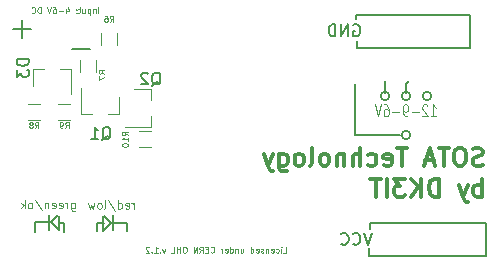
<source format=gbo>
G04 #@! TF.FileFunction,Legend,Bot*
%FSLAX46Y46*%
G04 Gerber Fmt 4.6, Leading zero omitted, Abs format (unit mm)*
G04 Created by KiCad (PCBNEW 4.0.6) date 2017 October 10, Tuesday 00:19:03*
%MOMM*%
%LPD*%
G01*
G04 APERTURE LIST*
%ADD10C,0.100000*%
%ADD11C,0.125000*%
%ADD12C,0.200000*%
%ADD13C,0.180000*%
%ADD14C,0.150000*%
%ADD15C,0.375000*%
%ADD16C,0.120000*%
G04 APERTURE END LIST*
D10*
D11*
X119914274Y-90980390D02*
X120152369Y-90980390D01*
X120152369Y-90480390D01*
X119747607Y-90980390D02*
X119747607Y-90647057D01*
X119747607Y-90480390D02*
X119771417Y-90504200D01*
X119747607Y-90528010D01*
X119723798Y-90504200D01*
X119747607Y-90480390D01*
X119747607Y-90528010D01*
X119295227Y-90956581D02*
X119342846Y-90980390D01*
X119438084Y-90980390D01*
X119485703Y-90956581D01*
X119509512Y-90932771D01*
X119533322Y-90885152D01*
X119533322Y-90742295D01*
X119509512Y-90694676D01*
X119485703Y-90670867D01*
X119438084Y-90647057D01*
X119342846Y-90647057D01*
X119295227Y-90670867D01*
X118890465Y-90956581D02*
X118938084Y-90980390D01*
X119033322Y-90980390D01*
X119080941Y-90956581D01*
X119104751Y-90908962D01*
X119104751Y-90718486D01*
X119080941Y-90670867D01*
X119033322Y-90647057D01*
X118938084Y-90647057D01*
X118890465Y-90670867D01*
X118866656Y-90718486D01*
X118866656Y-90766105D01*
X119104751Y-90813724D01*
X118652370Y-90647057D02*
X118652370Y-90980390D01*
X118652370Y-90694676D02*
X118628561Y-90670867D01*
X118580942Y-90647057D01*
X118509513Y-90647057D01*
X118461894Y-90670867D01*
X118438085Y-90718486D01*
X118438085Y-90980390D01*
X118223799Y-90956581D02*
X118176180Y-90980390D01*
X118080942Y-90980390D01*
X118033323Y-90956581D01*
X118009513Y-90908962D01*
X118009513Y-90885152D01*
X118033323Y-90837533D01*
X118080942Y-90813724D01*
X118152370Y-90813724D01*
X118199989Y-90789914D01*
X118223799Y-90742295D01*
X118223799Y-90718486D01*
X118199989Y-90670867D01*
X118152370Y-90647057D01*
X118080942Y-90647057D01*
X118033323Y-90670867D01*
X117604751Y-90956581D02*
X117652370Y-90980390D01*
X117747608Y-90980390D01*
X117795227Y-90956581D01*
X117819037Y-90908962D01*
X117819037Y-90718486D01*
X117795227Y-90670867D01*
X117747608Y-90647057D01*
X117652370Y-90647057D01*
X117604751Y-90670867D01*
X117580942Y-90718486D01*
X117580942Y-90766105D01*
X117819037Y-90813724D01*
X117152371Y-90980390D02*
X117152371Y-90480390D01*
X117152371Y-90956581D02*
X117199990Y-90980390D01*
X117295228Y-90980390D01*
X117342847Y-90956581D01*
X117366656Y-90932771D01*
X117390466Y-90885152D01*
X117390466Y-90742295D01*
X117366656Y-90694676D01*
X117342847Y-90670867D01*
X117295228Y-90647057D01*
X117199990Y-90647057D01*
X117152371Y-90670867D01*
X116319038Y-90647057D02*
X116319038Y-90980390D01*
X116533323Y-90647057D02*
X116533323Y-90908962D01*
X116509514Y-90956581D01*
X116461895Y-90980390D01*
X116390466Y-90980390D01*
X116342847Y-90956581D01*
X116319038Y-90932771D01*
X116080942Y-90647057D02*
X116080942Y-90980390D01*
X116080942Y-90694676D02*
X116057133Y-90670867D01*
X116009514Y-90647057D01*
X115938085Y-90647057D01*
X115890466Y-90670867D01*
X115866657Y-90718486D01*
X115866657Y-90980390D01*
X115414276Y-90980390D02*
X115414276Y-90480390D01*
X115414276Y-90956581D02*
X115461895Y-90980390D01*
X115557133Y-90980390D01*
X115604752Y-90956581D01*
X115628561Y-90932771D01*
X115652371Y-90885152D01*
X115652371Y-90742295D01*
X115628561Y-90694676D01*
X115604752Y-90670867D01*
X115557133Y-90647057D01*
X115461895Y-90647057D01*
X115414276Y-90670867D01*
X114985704Y-90956581D02*
X115033323Y-90980390D01*
X115128561Y-90980390D01*
X115176180Y-90956581D01*
X115199990Y-90908962D01*
X115199990Y-90718486D01*
X115176180Y-90670867D01*
X115128561Y-90647057D01*
X115033323Y-90647057D01*
X114985704Y-90670867D01*
X114961895Y-90718486D01*
X114961895Y-90766105D01*
X115199990Y-90813724D01*
X114747609Y-90980390D02*
X114747609Y-90647057D01*
X114747609Y-90742295D02*
X114723800Y-90694676D01*
X114699990Y-90670867D01*
X114652371Y-90647057D01*
X114604752Y-90647057D01*
X113771419Y-90932771D02*
X113795229Y-90956581D01*
X113866657Y-90980390D01*
X113914276Y-90980390D01*
X113985705Y-90956581D01*
X114033324Y-90908962D01*
X114057133Y-90861343D01*
X114080943Y-90766105D01*
X114080943Y-90694676D01*
X114057133Y-90599438D01*
X114033324Y-90551819D01*
X113985705Y-90504200D01*
X113914276Y-90480390D01*
X113866657Y-90480390D01*
X113795229Y-90504200D01*
X113771419Y-90528010D01*
X113557133Y-90718486D02*
X113390467Y-90718486D01*
X113319038Y-90980390D02*
X113557133Y-90980390D01*
X113557133Y-90480390D01*
X113319038Y-90480390D01*
X112819038Y-90980390D02*
X112985705Y-90742295D01*
X113104752Y-90980390D02*
X113104752Y-90480390D01*
X112914276Y-90480390D01*
X112866657Y-90504200D01*
X112842848Y-90528010D01*
X112819038Y-90575629D01*
X112819038Y-90647057D01*
X112842848Y-90694676D01*
X112866657Y-90718486D01*
X112914276Y-90742295D01*
X113104752Y-90742295D01*
X112604752Y-90980390D02*
X112604752Y-90480390D01*
X112319038Y-90980390D01*
X112319038Y-90480390D01*
X111604752Y-90480390D02*
X111509514Y-90480390D01*
X111461895Y-90504200D01*
X111414276Y-90551819D01*
X111390467Y-90647057D01*
X111390467Y-90813724D01*
X111414276Y-90908962D01*
X111461895Y-90956581D01*
X111509514Y-90980390D01*
X111604752Y-90980390D01*
X111652371Y-90956581D01*
X111699990Y-90908962D01*
X111723800Y-90813724D01*
X111723800Y-90647057D01*
X111699990Y-90551819D01*
X111652371Y-90504200D01*
X111604752Y-90480390D01*
X111176180Y-90980390D02*
X111176180Y-90480390D01*
X111176180Y-90718486D02*
X110890466Y-90718486D01*
X110890466Y-90980390D02*
X110890466Y-90480390D01*
X110414275Y-90980390D02*
X110652370Y-90980390D01*
X110652370Y-90480390D01*
X109914275Y-90647057D02*
X109795228Y-90980390D01*
X109676180Y-90647057D01*
X109485704Y-90932771D02*
X109461895Y-90956581D01*
X109485704Y-90980390D01*
X109509514Y-90956581D01*
X109485704Y-90932771D01*
X109485704Y-90980390D01*
X108985705Y-90980390D02*
X109271419Y-90980390D01*
X109128562Y-90980390D02*
X109128562Y-90480390D01*
X109176181Y-90551819D01*
X109223800Y-90599438D01*
X109271419Y-90623248D01*
X108771419Y-90932771D02*
X108747610Y-90956581D01*
X108771419Y-90980390D01*
X108795229Y-90956581D01*
X108771419Y-90932771D01*
X108771419Y-90980390D01*
X108557134Y-90528010D02*
X108533324Y-90504200D01*
X108485705Y-90480390D01*
X108366658Y-90480390D01*
X108319039Y-90504200D01*
X108295229Y-90528010D01*
X108271420Y-90575629D01*
X108271420Y-90623248D01*
X108295229Y-90694676D01*
X108580943Y-90980390D01*
X108271420Y-90980390D01*
D12*
X127203200Y-91236800D02*
X127203200Y-90627200D01*
X137109200Y-91236800D02*
X127203200Y-91236800D01*
X137109200Y-88442800D02*
X137109200Y-91236800D01*
X127228600Y-88442800D02*
X137109200Y-88442800D01*
X127228600Y-89027000D02*
X127228600Y-88442800D01*
X126161800Y-73634600D02*
X126161800Y-73075800D01*
X135763000Y-73634600D02*
X126161800Y-73634600D01*
X135763000Y-70891400D02*
X135763000Y-73634600D01*
X126060200Y-70891400D02*
X135763000Y-70891400D01*
X126060200Y-71196200D02*
X126060200Y-70891400D01*
D13*
X103530305Y-73726657D02*
X102006495Y-73726657D01*
X98551905Y-72024857D02*
X97028095Y-72024857D01*
X97790000Y-72786762D02*
X97790000Y-71262952D01*
D11*
X104269027Y-70711190D02*
X104269027Y-70211190D01*
X104030932Y-70377857D02*
X104030932Y-70711190D01*
X104030932Y-70425476D02*
X104007123Y-70401667D01*
X103959504Y-70377857D01*
X103888075Y-70377857D01*
X103840456Y-70401667D01*
X103816647Y-70449286D01*
X103816647Y-70711190D01*
X103578551Y-70377857D02*
X103578551Y-70877857D01*
X103578551Y-70401667D02*
X103530932Y-70377857D01*
X103435694Y-70377857D01*
X103388075Y-70401667D01*
X103364266Y-70425476D01*
X103340456Y-70473095D01*
X103340456Y-70615952D01*
X103364266Y-70663571D01*
X103388075Y-70687381D01*
X103435694Y-70711190D01*
X103530932Y-70711190D01*
X103578551Y-70687381D01*
X102911885Y-70377857D02*
X102911885Y-70711190D01*
X103126170Y-70377857D02*
X103126170Y-70639762D01*
X103102361Y-70687381D01*
X103054742Y-70711190D01*
X102983313Y-70711190D01*
X102935694Y-70687381D01*
X102911885Y-70663571D01*
X102745218Y-70377857D02*
X102554742Y-70377857D01*
X102673789Y-70211190D02*
X102673789Y-70639762D01*
X102649980Y-70687381D01*
X102602361Y-70711190D01*
X102554742Y-70711190D01*
X102388075Y-70663571D02*
X102364266Y-70687381D01*
X102388075Y-70711190D01*
X102411885Y-70687381D01*
X102388075Y-70663571D01*
X102388075Y-70711190D01*
X102388075Y-70401667D02*
X102364266Y-70425476D01*
X102388075Y-70449286D01*
X102411885Y-70425476D01*
X102388075Y-70401667D01*
X102388075Y-70449286D01*
X101554743Y-70377857D02*
X101554743Y-70711190D01*
X101673790Y-70187381D02*
X101792838Y-70544524D01*
X101483314Y-70544524D01*
X101292838Y-70520714D02*
X100911886Y-70520714D01*
X100459505Y-70211190D02*
X100554743Y-70211190D01*
X100602362Y-70235000D01*
X100626171Y-70258810D01*
X100673790Y-70330238D01*
X100697600Y-70425476D01*
X100697600Y-70615952D01*
X100673790Y-70663571D01*
X100649981Y-70687381D01*
X100602362Y-70711190D01*
X100507124Y-70711190D01*
X100459505Y-70687381D01*
X100435695Y-70663571D01*
X100411886Y-70615952D01*
X100411886Y-70496905D01*
X100435695Y-70449286D01*
X100459505Y-70425476D01*
X100507124Y-70401667D01*
X100602362Y-70401667D01*
X100649981Y-70425476D01*
X100673790Y-70449286D01*
X100697600Y-70496905D01*
X100269029Y-70211190D02*
X100102362Y-70711190D01*
X99935696Y-70211190D01*
X99388077Y-70711190D02*
X99388077Y-70211190D01*
X99269030Y-70211190D01*
X99197601Y-70235000D01*
X99149982Y-70282619D01*
X99126173Y-70330238D01*
X99102363Y-70425476D01*
X99102363Y-70496905D01*
X99126173Y-70592143D01*
X99149982Y-70639762D01*
X99197601Y-70687381D01*
X99269030Y-70711190D01*
X99388077Y-70711190D01*
X98602363Y-70663571D02*
X98626173Y-70687381D01*
X98697601Y-70711190D01*
X98745220Y-70711190D01*
X98816649Y-70687381D01*
X98864268Y-70639762D01*
X98888077Y-70592143D01*
X98911887Y-70496905D01*
X98911887Y-70425476D01*
X98888077Y-70330238D01*
X98864268Y-70282619D01*
X98816649Y-70235000D01*
X98745220Y-70211190D01*
X98697601Y-70211190D01*
X98626173Y-70235000D01*
X98602363Y-70258810D01*
D14*
X127393533Y-89317581D02*
X127060200Y-90317581D01*
X126726866Y-89317581D01*
X125822104Y-90222343D02*
X125869723Y-90269962D01*
X126012580Y-90317581D01*
X126107818Y-90317581D01*
X126250676Y-90269962D01*
X126345914Y-90174724D01*
X126393533Y-90079486D01*
X126441152Y-89889010D01*
X126441152Y-89746152D01*
X126393533Y-89555676D01*
X126345914Y-89460438D01*
X126250676Y-89365200D01*
X126107818Y-89317581D01*
X126012580Y-89317581D01*
X125869723Y-89365200D01*
X125822104Y-89412819D01*
X124822104Y-90222343D02*
X124869723Y-90269962D01*
X125012580Y-90317581D01*
X125107818Y-90317581D01*
X125250676Y-90269962D01*
X125345914Y-90174724D01*
X125393533Y-90079486D01*
X125441152Y-89889010D01*
X125441152Y-89746152D01*
X125393533Y-89555676D01*
X125345914Y-89460438D01*
X125250676Y-89365200D01*
X125107818Y-89317581D01*
X125012580Y-89317581D01*
X124869723Y-89365200D01*
X124822104Y-89412819D01*
X125856904Y-71712200D02*
X125952142Y-71664581D01*
X126094999Y-71664581D01*
X126237857Y-71712200D01*
X126333095Y-71807438D01*
X126380714Y-71902676D01*
X126428333Y-72093152D01*
X126428333Y-72236010D01*
X126380714Y-72426486D01*
X126333095Y-72521724D01*
X126237857Y-72616962D01*
X126094999Y-72664581D01*
X125999761Y-72664581D01*
X125856904Y-72616962D01*
X125809285Y-72569343D01*
X125809285Y-72236010D01*
X125999761Y-72236010D01*
X125380714Y-72664581D02*
X125380714Y-71664581D01*
X124809285Y-72664581D01*
X124809285Y-71664581D01*
X124333095Y-72664581D02*
X124333095Y-71664581D01*
X124095000Y-71664581D01*
X123952142Y-71712200D01*
X123856904Y-71807438D01*
X123809285Y-71902676D01*
X123761666Y-72093152D01*
X123761666Y-72236010D01*
X123809285Y-72426486D01*
X123856904Y-72521724D01*
X123952142Y-72616962D01*
X124095000Y-72664581D01*
X124333095Y-72664581D01*
D11*
X107259199Y-87260867D02*
X107259199Y-86794200D01*
X107259199Y-86927533D02*
X107225866Y-86860867D01*
X107192533Y-86827533D01*
X107125866Y-86794200D01*
X107059199Y-86794200D01*
X106559200Y-87227533D02*
X106625866Y-87260867D01*
X106759200Y-87260867D01*
X106825866Y-87227533D01*
X106859200Y-87160867D01*
X106859200Y-86894200D01*
X106825866Y-86827533D01*
X106759200Y-86794200D01*
X106625866Y-86794200D01*
X106559200Y-86827533D01*
X106525866Y-86894200D01*
X106525866Y-86960867D01*
X106859200Y-87027533D01*
X105925866Y-87260867D02*
X105925866Y-86560867D01*
X105925866Y-87227533D02*
X105992533Y-87260867D01*
X106125866Y-87260867D01*
X106192533Y-87227533D01*
X106225866Y-87194200D01*
X106259200Y-87127533D01*
X106259200Y-86927533D01*
X106225866Y-86860867D01*
X106192533Y-86827533D01*
X106125866Y-86794200D01*
X105992533Y-86794200D01*
X105925866Y-86827533D01*
X105092533Y-86527533D02*
X105692533Y-87427533D01*
X104759200Y-87260867D02*
X104825867Y-87227533D01*
X104859200Y-87160867D01*
X104859200Y-86560867D01*
X104392533Y-87260867D02*
X104459200Y-87227533D01*
X104492533Y-87194200D01*
X104525867Y-87127533D01*
X104525867Y-86927533D01*
X104492533Y-86860867D01*
X104459200Y-86827533D01*
X104392533Y-86794200D01*
X104292533Y-86794200D01*
X104225867Y-86827533D01*
X104192533Y-86860867D01*
X104159200Y-86927533D01*
X104159200Y-87127533D01*
X104192533Y-87194200D01*
X104225867Y-87227533D01*
X104292533Y-87260867D01*
X104392533Y-87260867D01*
X103925867Y-86794200D02*
X103792534Y-87260867D01*
X103659200Y-86927533D01*
X103525867Y-87260867D01*
X103392534Y-86794200D01*
X101975199Y-86768800D02*
X101975199Y-87335467D01*
X102008533Y-87402133D01*
X102041866Y-87435467D01*
X102108533Y-87468800D01*
X102208533Y-87468800D01*
X102275199Y-87435467D01*
X101975199Y-87202133D02*
X102041866Y-87235467D01*
X102175199Y-87235467D01*
X102241866Y-87202133D01*
X102275199Y-87168800D01*
X102308533Y-87102133D01*
X102308533Y-86902133D01*
X102275199Y-86835467D01*
X102241866Y-86802133D01*
X102175199Y-86768800D01*
X102041866Y-86768800D01*
X101975199Y-86802133D01*
X101641866Y-87235467D02*
X101641866Y-86768800D01*
X101641866Y-86902133D02*
X101608533Y-86835467D01*
X101575200Y-86802133D01*
X101508533Y-86768800D01*
X101441866Y-86768800D01*
X100941867Y-87202133D02*
X101008533Y-87235467D01*
X101141867Y-87235467D01*
X101208533Y-87202133D01*
X101241867Y-87135467D01*
X101241867Y-86868800D01*
X101208533Y-86802133D01*
X101141867Y-86768800D01*
X101008533Y-86768800D01*
X100941867Y-86802133D01*
X100908533Y-86868800D01*
X100908533Y-86935467D01*
X101241867Y-87002133D01*
X100341867Y-87202133D02*
X100408533Y-87235467D01*
X100541867Y-87235467D01*
X100608533Y-87202133D01*
X100641867Y-87135467D01*
X100641867Y-86868800D01*
X100608533Y-86802133D01*
X100541867Y-86768800D01*
X100408533Y-86768800D01*
X100341867Y-86802133D01*
X100308533Y-86868800D01*
X100308533Y-86935467D01*
X100641867Y-87002133D01*
X100008533Y-86768800D02*
X100008533Y-87235467D01*
X100008533Y-86835467D02*
X99975200Y-86802133D01*
X99908533Y-86768800D01*
X99808533Y-86768800D01*
X99741867Y-86802133D01*
X99708533Y-86868800D01*
X99708533Y-87235467D01*
X98875200Y-86502133D02*
X99475200Y-87402133D01*
X98541867Y-87235467D02*
X98608534Y-87202133D01*
X98641867Y-87168800D01*
X98675201Y-87102133D01*
X98675201Y-86902133D01*
X98641867Y-86835467D01*
X98608534Y-86802133D01*
X98541867Y-86768800D01*
X98441867Y-86768800D01*
X98375201Y-86802133D01*
X98341867Y-86835467D01*
X98308534Y-86902133D01*
X98308534Y-87102133D01*
X98341867Y-87168800D01*
X98375201Y-87202133D01*
X98441867Y-87235467D01*
X98541867Y-87235467D01*
X98008534Y-87235467D02*
X98008534Y-86535467D01*
X97941868Y-86968800D02*
X97741868Y-87235467D01*
X97741868Y-86768800D02*
X98008534Y-87035467D01*
D12*
X106654600Y-89179400D02*
X106705400Y-89179400D01*
X106654600Y-88493600D02*
X106654600Y-89179400D01*
X105435400Y-88493600D02*
X106654600Y-88493600D01*
X105486200Y-87833200D02*
X105486200Y-89103200D01*
X105333800Y-88493600D02*
X104724200Y-87884000D01*
X104673400Y-89154000D02*
X105333800Y-88493600D01*
X104673400Y-87884000D02*
X104673400Y-89154000D01*
X104724200Y-88442800D02*
X104698800Y-88442800D01*
X104140000Y-88442800D02*
X104724200Y-88442800D01*
X104140000Y-89179400D02*
X104140000Y-88442800D01*
X98933000Y-89204800D02*
X98907600Y-89204800D01*
X98933000Y-88417400D02*
X98933000Y-89204800D01*
X100101400Y-88417400D02*
X98933000Y-88417400D01*
X100101400Y-89077800D02*
X100101400Y-88417400D01*
X100101400Y-87807800D02*
X100101400Y-89077800D01*
X100253800Y-88417400D02*
X100863400Y-87807800D01*
X100888800Y-89052400D02*
X100253800Y-88417400D01*
X100888800Y-87909400D02*
X100888800Y-89052400D01*
X100888800Y-88442800D02*
X100888800Y-88417400D01*
X101346000Y-88442800D02*
X100888800Y-88442800D01*
X101346000Y-89204800D02*
X101346000Y-88442800D01*
D11*
X132409142Y-79446381D02*
X132837714Y-79446381D01*
X132623428Y-79446381D02*
X132623428Y-78446381D01*
X132694857Y-78589238D01*
X132766285Y-78684476D01*
X132837714Y-78732095D01*
X132123428Y-78541619D02*
X132087714Y-78494000D01*
X132016285Y-78446381D01*
X131837714Y-78446381D01*
X131766285Y-78494000D01*
X131730571Y-78541619D01*
X131694856Y-78636857D01*
X131694856Y-78732095D01*
X131730571Y-78874952D01*
X132159142Y-79446381D01*
X131694856Y-79446381D01*
X131373428Y-79065429D02*
X130801999Y-79065429D01*
X130409142Y-79446381D02*
X130266285Y-79446381D01*
X130194857Y-79398762D01*
X130159142Y-79351143D01*
X130087714Y-79208286D01*
X130051999Y-79017810D01*
X130051999Y-78636857D01*
X130087714Y-78541619D01*
X130123428Y-78494000D01*
X130194857Y-78446381D01*
X130337714Y-78446381D01*
X130409142Y-78494000D01*
X130444857Y-78541619D01*
X130480571Y-78636857D01*
X130480571Y-78874952D01*
X130444857Y-78970190D01*
X130409142Y-79017810D01*
X130337714Y-79065429D01*
X130194857Y-79065429D01*
X130123428Y-79017810D01*
X130087714Y-78970190D01*
X130051999Y-78874952D01*
X129730571Y-79065429D02*
X129159142Y-79065429D01*
X128480571Y-78446381D02*
X128623428Y-78446381D01*
X128694857Y-78494000D01*
X128730571Y-78541619D01*
X128802000Y-78684476D01*
X128837714Y-78874952D01*
X128837714Y-79255905D01*
X128802000Y-79351143D01*
X128766285Y-79398762D01*
X128694857Y-79446381D01*
X128552000Y-79446381D01*
X128480571Y-79398762D01*
X128444857Y-79351143D01*
X128409142Y-79255905D01*
X128409142Y-79017810D01*
X128444857Y-78922571D01*
X128480571Y-78874952D01*
X128552000Y-78827333D01*
X128694857Y-78827333D01*
X128766285Y-78874952D01*
X128802000Y-78922571D01*
X128837714Y-79017810D01*
X128194856Y-78446381D02*
X127944856Y-79446381D01*
X127694856Y-78446381D01*
D12*
X125984000Y-81026000D02*
X129794000Y-81026000D01*
X125984000Y-80264000D02*
X125984000Y-81026000D01*
X130302000Y-76708000D02*
X130556000Y-76454000D01*
X130302000Y-77470000D02*
X130302000Y-76708000D01*
X128524000Y-77470000D02*
X128524000Y-76454000D01*
X130661210Y-81026000D02*
G75*
G03X130661210Y-81026000I-359210J0D01*
G01*
X132439210Y-77724000D02*
G75*
G03X132439210Y-77724000I-359210J0D01*
G01*
X130661210Y-77724000D02*
G75*
G03X130661210Y-77724000I-359210J0D01*
G01*
X128883210Y-77724000D02*
G75*
G03X128883210Y-77724000I-359210J0D01*
G01*
X125984000Y-76708000D02*
X125984000Y-80264000D01*
D15*
X136798086Y-83546443D02*
X136583800Y-83617871D01*
X136226657Y-83617871D01*
X136083800Y-83546443D01*
X136012371Y-83475014D01*
X135940943Y-83332157D01*
X135940943Y-83189300D01*
X136012371Y-83046443D01*
X136083800Y-82975014D01*
X136226657Y-82903586D01*
X136512371Y-82832157D01*
X136655229Y-82760729D01*
X136726657Y-82689300D01*
X136798086Y-82546443D01*
X136798086Y-82403586D01*
X136726657Y-82260729D01*
X136655229Y-82189300D01*
X136512371Y-82117871D01*
X136155229Y-82117871D01*
X135940943Y-82189300D01*
X135012372Y-82117871D02*
X134726658Y-82117871D01*
X134583800Y-82189300D01*
X134440943Y-82332157D01*
X134369515Y-82617871D01*
X134369515Y-83117871D01*
X134440943Y-83403586D01*
X134583800Y-83546443D01*
X134726658Y-83617871D01*
X135012372Y-83617871D01*
X135155229Y-83546443D01*
X135298086Y-83403586D01*
X135369515Y-83117871D01*
X135369515Y-82617871D01*
X135298086Y-82332157D01*
X135155229Y-82189300D01*
X135012372Y-82117871D01*
X133940943Y-82117871D02*
X133083800Y-82117871D01*
X133512371Y-83617871D02*
X133512371Y-82117871D01*
X132655229Y-83189300D02*
X131940943Y-83189300D01*
X132798086Y-83617871D02*
X132298086Y-82117871D01*
X131798086Y-83617871D01*
X130369515Y-82117871D02*
X129512372Y-82117871D01*
X129940943Y-83617871D02*
X129940943Y-82117871D01*
X128440944Y-83546443D02*
X128583801Y-83617871D01*
X128869515Y-83617871D01*
X129012372Y-83546443D01*
X129083801Y-83403586D01*
X129083801Y-82832157D01*
X129012372Y-82689300D01*
X128869515Y-82617871D01*
X128583801Y-82617871D01*
X128440944Y-82689300D01*
X128369515Y-82832157D01*
X128369515Y-82975014D01*
X129083801Y-83117871D01*
X127083801Y-83546443D02*
X127226658Y-83617871D01*
X127512372Y-83617871D01*
X127655230Y-83546443D01*
X127726658Y-83475014D01*
X127798087Y-83332157D01*
X127798087Y-82903586D01*
X127726658Y-82760729D01*
X127655230Y-82689300D01*
X127512372Y-82617871D01*
X127226658Y-82617871D01*
X127083801Y-82689300D01*
X126440944Y-83617871D02*
X126440944Y-82117871D01*
X125798087Y-83617871D02*
X125798087Y-82832157D01*
X125869516Y-82689300D01*
X126012373Y-82617871D01*
X126226658Y-82617871D01*
X126369516Y-82689300D01*
X126440944Y-82760729D01*
X125083801Y-82617871D02*
X125083801Y-83617871D01*
X125083801Y-82760729D02*
X125012373Y-82689300D01*
X124869515Y-82617871D01*
X124655230Y-82617871D01*
X124512373Y-82689300D01*
X124440944Y-82832157D01*
X124440944Y-83617871D01*
X123512372Y-83617871D02*
X123655230Y-83546443D01*
X123726658Y-83475014D01*
X123798087Y-83332157D01*
X123798087Y-82903586D01*
X123726658Y-82760729D01*
X123655230Y-82689300D01*
X123512372Y-82617871D01*
X123298087Y-82617871D01*
X123155230Y-82689300D01*
X123083801Y-82760729D01*
X123012372Y-82903586D01*
X123012372Y-83332157D01*
X123083801Y-83475014D01*
X123155230Y-83546443D01*
X123298087Y-83617871D01*
X123512372Y-83617871D01*
X122155229Y-83617871D02*
X122298087Y-83546443D01*
X122369515Y-83403586D01*
X122369515Y-82117871D01*
X121369515Y-83617871D02*
X121512373Y-83546443D01*
X121583801Y-83475014D01*
X121655230Y-83332157D01*
X121655230Y-82903586D01*
X121583801Y-82760729D01*
X121512373Y-82689300D01*
X121369515Y-82617871D01*
X121155230Y-82617871D01*
X121012373Y-82689300D01*
X120940944Y-82760729D01*
X120869515Y-82903586D01*
X120869515Y-83332157D01*
X120940944Y-83475014D01*
X121012373Y-83546443D01*
X121155230Y-83617871D01*
X121369515Y-83617871D01*
X119583801Y-82617871D02*
X119583801Y-83832157D01*
X119655230Y-83975014D01*
X119726658Y-84046443D01*
X119869515Y-84117871D01*
X120083801Y-84117871D01*
X120226658Y-84046443D01*
X119583801Y-83546443D02*
X119726658Y-83617871D01*
X120012372Y-83617871D01*
X120155230Y-83546443D01*
X120226658Y-83475014D01*
X120298087Y-83332157D01*
X120298087Y-82903586D01*
X120226658Y-82760729D01*
X120155230Y-82689300D01*
X120012372Y-82617871D01*
X119726658Y-82617871D01*
X119583801Y-82689300D01*
X119012372Y-82617871D02*
X118655229Y-83617871D01*
X118298087Y-82617871D02*
X118655229Y-83617871D01*
X118798087Y-83975014D01*
X118869515Y-84046443D01*
X119012372Y-84117871D01*
X136726657Y-86242871D02*
X136726657Y-84742871D01*
X136726657Y-85314300D02*
X136583800Y-85242871D01*
X136298086Y-85242871D01*
X136155229Y-85314300D01*
X136083800Y-85385729D01*
X136012371Y-85528586D01*
X136012371Y-85957157D01*
X136083800Y-86100014D01*
X136155229Y-86171443D01*
X136298086Y-86242871D01*
X136583800Y-86242871D01*
X136726657Y-86171443D01*
X135512371Y-85242871D02*
X135155228Y-86242871D01*
X134798086Y-85242871D02*
X135155228Y-86242871D01*
X135298086Y-86600014D01*
X135369514Y-86671443D01*
X135512371Y-86742871D01*
X133083800Y-86242871D02*
X133083800Y-84742871D01*
X132726657Y-84742871D01*
X132512372Y-84814300D01*
X132369514Y-84957157D01*
X132298086Y-85100014D01*
X132226657Y-85385729D01*
X132226657Y-85600014D01*
X132298086Y-85885729D01*
X132369514Y-86028586D01*
X132512372Y-86171443D01*
X132726657Y-86242871D01*
X133083800Y-86242871D01*
X131583800Y-86242871D02*
X131583800Y-84742871D01*
X130726657Y-86242871D02*
X131369514Y-85385729D01*
X130726657Y-84742871D02*
X131583800Y-85600014D01*
X130226657Y-84742871D02*
X129298086Y-84742871D01*
X129798086Y-85314300D01*
X129583800Y-85314300D01*
X129440943Y-85385729D01*
X129369514Y-85457157D01*
X129298086Y-85600014D01*
X129298086Y-85957157D01*
X129369514Y-86100014D01*
X129440943Y-86171443D01*
X129583800Y-86242871D01*
X130012372Y-86242871D01*
X130155229Y-86171443D01*
X130226657Y-86100014D01*
X128655229Y-86242871D02*
X128655229Y-84742871D01*
X128155229Y-84742871D02*
X127298086Y-84742871D01*
X127726657Y-86242871D02*
X127726657Y-84742871D01*
D16*
X105974000Y-79246000D02*
X105044000Y-79246000D01*
X102814000Y-79246000D02*
X103744000Y-79246000D01*
X102814000Y-79246000D02*
X102814000Y-77086000D01*
X105974000Y-79246000D02*
X105974000Y-77786000D01*
X108710000Y-77160000D02*
X108710000Y-78090000D01*
X108710000Y-80320000D02*
X108710000Y-79390000D01*
X108710000Y-80320000D02*
X106550000Y-80320000D01*
X108710000Y-77160000D02*
X107250000Y-77160000D01*
X102698000Y-74684000D02*
X102698000Y-75684000D01*
X104058000Y-75684000D02*
X104058000Y-74684000D01*
X98280600Y-79724800D02*
X99280600Y-79724800D01*
X99280600Y-78364800D02*
X98280600Y-78364800D01*
X107704000Y-82087000D02*
X108704000Y-82087000D01*
X108704000Y-80727000D02*
X107704000Y-80727000D01*
X98750000Y-75440000D02*
X99680000Y-75440000D01*
X101910000Y-75440000D02*
X100980000Y-75440000D01*
X101910000Y-75440000D02*
X101910000Y-77600000D01*
X98750000Y-75440000D02*
X98750000Y-76900000D01*
X105836000Y-73398000D02*
X105836000Y-72398000D01*
X104476000Y-72398000D02*
X104476000Y-73398000D01*
X100820600Y-79724800D02*
X101820600Y-79724800D01*
X101820600Y-78364800D02*
X100820600Y-78364800D01*
D14*
X104565438Y-81446619D02*
X104660676Y-81399000D01*
X104755914Y-81303762D01*
X104898771Y-81160905D01*
X104994010Y-81113286D01*
X105089248Y-81113286D01*
X105041629Y-81351381D02*
X105136867Y-81303762D01*
X105232105Y-81208524D01*
X105279724Y-81018048D01*
X105279724Y-80684714D01*
X105232105Y-80494238D01*
X105136867Y-80399000D01*
X105041629Y-80351381D01*
X104851152Y-80351381D01*
X104755914Y-80399000D01*
X104660676Y-80494238D01*
X104613057Y-80684714D01*
X104613057Y-81018048D01*
X104660676Y-81208524D01*
X104755914Y-81303762D01*
X104851152Y-81351381D01*
X105041629Y-81351381D01*
X103660676Y-81351381D02*
X104232105Y-81351381D01*
X103946391Y-81351381D02*
X103946391Y-80351381D01*
X104041629Y-80494238D01*
X104136867Y-80589476D01*
X104232105Y-80637095D01*
X108781838Y-76849219D02*
X108877076Y-76801600D01*
X108972314Y-76706362D01*
X109115171Y-76563505D01*
X109210410Y-76515886D01*
X109305648Y-76515886D01*
X109258029Y-76753981D02*
X109353267Y-76706362D01*
X109448505Y-76611124D01*
X109496124Y-76420648D01*
X109496124Y-76087314D01*
X109448505Y-75896838D01*
X109353267Y-75801600D01*
X109258029Y-75753981D01*
X109067552Y-75753981D01*
X108972314Y-75801600D01*
X108877076Y-75896838D01*
X108829457Y-76087314D01*
X108829457Y-76420648D01*
X108877076Y-76611124D01*
X108972314Y-76706362D01*
X109067552Y-76753981D01*
X109258029Y-76753981D01*
X108448505Y-75849219D02*
X108400886Y-75801600D01*
X108305648Y-75753981D01*
X108067552Y-75753981D01*
X107972314Y-75801600D01*
X107924695Y-75849219D01*
X107877076Y-75944457D01*
X107877076Y-76039695D01*
X107924695Y-76182552D01*
X108496124Y-76753981D01*
X107877076Y-76753981D01*
D11*
X104772590Y-75837267D02*
X104534495Y-75670600D01*
X104772590Y-75551553D02*
X104272590Y-75551553D01*
X104272590Y-75742029D01*
X104296400Y-75789648D01*
X104320210Y-75813457D01*
X104367829Y-75837267D01*
X104439257Y-75837267D01*
X104486876Y-75813457D01*
X104510686Y-75789648D01*
X104534495Y-75742029D01*
X104534495Y-75551553D01*
X104272590Y-76003934D02*
X104272590Y-76337267D01*
X104772590Y-76122981D01*
X98889333Y-80439390D02*
X99056000Y-80201295D01*
X99175047Y-80439390D02*
X99175047Y-79939390D01*
X98984571Y-79939390D01*
X98936952Y-79963200D01*
X98913143Y-79987010D01*
X98889333Y-80034629D01*
X98889333Y-80106057D01*
X98913143Y-80153676D01*
X98936952Y-80177486D01*
X98984571Y-80201295D01*
X99175047Y-80201295D01*
X98603619Y-80153676D02*
X98651238Y-80129867D01*
X98675047Y-80106057D01*
X98698857Y-80058438D01*
X98698857Y-80034629D01*
X98675047Y-79987010D01*
X98651238Y-79963200D01*
X98603619Y-79939390D01*
X98508381Y-79939390D01*
X98460762Y-79963200D01*
X98436952Y-79987010D01*
X98413143Y-80034629D01*
X98413143Y-80058438D01*
X98436952Y-80106057D01*
X98460762Y-80129867D01*
X98508381Y-80153676D01*
X98603619Y-80153676D01*
X98651238Y-80177486D01*
X98675047Y-80201295D01*
X98698857Y-80248914D01*
X98698857Y-80344152D01*
X98675047Y-80391771D01*
X98651238Y-80415581D01*
X98603619Y-80439390D01*
X98508381Y-80439390D01*
X98460762Y-80415581D01*
X98436952Y-80391771D01*
X98413143Y-80344152D01*
X98413143Y-80248914D01*
X98436952Y-80201295D01*
X98460762Y-80177486D01*
X98508381Y-80153676D01*
X106753790Y-81060172D02*
X106515695Y-80893505D01*
X106753790Y-80774458D02*
X106253790Y-80774458D01*
X106253790Y-80964934D01*
X106277600Y-81012553D01*
X106301410Y-81036362D01*
X106349029Y-81060172D01*
X106420457Y-81060172D01*
X106468076Y-81036362D01*
X106491886Y-81012553D01*
X106515695Y-80964934D01*
X106515695Y-80774458D01*
X106753790Y-81536362D02*
X106753790Y-81250648D01*
X106753790Y-81393505D02*
X106253790Y-81393505D01*
X106325219Y-81345886D01*
X106372838Y-81298267D01*
X106396648Y-81250648D01*
X106253790Y-81845886D02*
X106253790Y-81893505D01*
X106277600Y-81941124D01*
X106301410Y-81964933D01*
X106349029Y-81988743D01*
X106444267Y-82012552D01*
X106563314Y-82012552D01*
X106658552Y-81988743D01*
X106706171Y-81964933D01*
X106729981Y-81941124D01*
X106753790Y-81893505D01*
X106753790Y-81845886D01*
X106729981Y-81798267D01*
X106706171Y-81774457D01*
X106658552Y-81750648D01*
X106563314Y-81726838D01*
X106444267Y-81726838D01*
X106349029Y-81750648D01*
X106301410Y-81774457D01*
X106277600Y-81798267D01*
X106253790Y-81845886D01*
D14*
X98343981Y-74598305D02*
X97343981Y-74598305D01*
X97343981Y-74836400D01*
X97391600Y-74979258D01*
X97486838Y-75074496D01*
X97582076Y-75122115D01*
X97772552Y-75169734D01*
X97915410Y-75169734D01*
X98105886Y-75122115D01*
X98201124Y-75074496D01*
X98296362Y-74979258D01*
X98343981Y-74836400D01*
X98343981Y-74598305D01*
X97343981Y-75503067D02*
X97343981Y-76122115D01*
X97724933Y-75788781D01*
X97724933Y-75931639D01*
X97772552Y-76026877D01*
X97820171Y-76074496D01*
X97915410Y-76122115D01*
X98153505Y-76122115D01*
X98248743Y-76074496D01*
X98296362Y-76026877D01*
X98343981Y-75931639D01*
X98343981Y-75645924D01*
X98296362Y-75550686D01*
X98248743Y-75503067D01*
D11*
X105239333Y-71447790D02*
X105406000Y-71209695D01*
X105525047Y-71447790D02*
X105525047Y-70947790D01*
X105334571Y-70947790D01*
X105286952Y-70971600D01*
X105263143Y-70995410D01*
X105239333Y-71043029D01*
X105239333Y-71114457D01*
X105263143Y-71162076D01*
X105286952Y-71185886D01*
X105334571Y-71209695D01*
X105525047Y-71209695D01*
X104810762Y-70947790D02*
X104906000Y-70947790D01*
X104953619Y-70971600D01*
X104977428Y-70995410D01*
X105025047Y-71066838D01*
X105048857Y-71162076D01*
X105048857Y-71352552D01*
X105025047Y-71400171D01*
X105001238Y-71423981D01*
X104953619Y-71447790D01*
X104858381Y-71447790D01*
X104810762Y-71423981D01*
X104786952Y-71400171D01*
X104763143Y-71352552D01*
X104763143Y-71233505D01*
X104786952Y-71185886D01*
X104810762Y-71162076D01*
X104858381Y-71138267D01*
X104953619Y-71138267D01*
X105001238Y-71162076D01*
X105025047Y-71185886D01*
X105048857Y-71233505D01*
X101454733Y-80439390D02*
X101621400Y-80201295D01*
X101740447Y-80439390D02*
X101740447Y-79939390D01*
X101549971Y-79939390D01*
X101502352Y-79963200D01*
X101478543Y-79987010D01*
X101454733Y-80034629D01*
X101454733Y-80106057D01*
X101478543Y-80153676D01*
X101502352Y-80177486D01*
X101549971Y-80201295D01*
X101740447Y-80201295D01*
X101216638Y-80439390D02*
X101121400Y-80439390D01*
X101073781Y-80415581D01*
X101049971Y-80391771D01*
X101002352Y-80320343D01*
X100978543Y-80225105D01*
X100978543Y-80034629D01*
X101002352Y-79987010D01*
X101026162Y-79963200D01*
X101073781Y-79939390D01*
X101169019Y-79939390D01*
X101216638Y-79963200D01*
X101240447Y-79987010D01*
X101264257Y-80034629D01*
X101264257Y-80153676D01*
X101240447Y-80201295D01*
X101216638Y-80225105D01*
X101169019Y-80248914D01*
X101073781Y-80248914D01*
X101026162Y-80225105D01*
X101002352Y-80201295D01*
X100978543Y-80153676D01*
M02*

</source>
